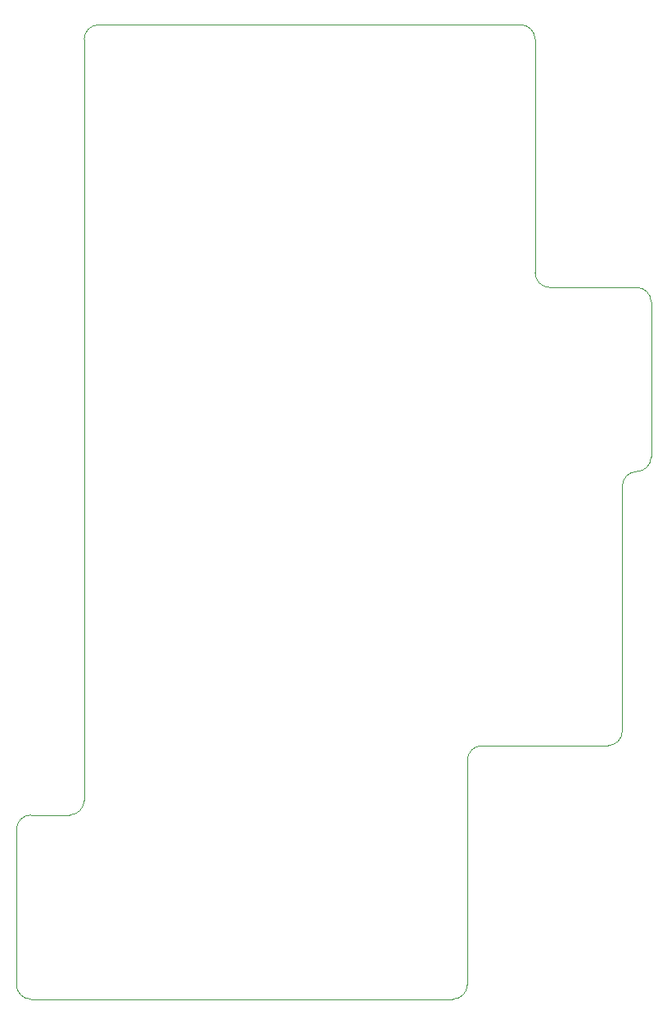
<source format=gbr>
%TF.GenerationSoftware,KiCad,Pcbnew,(6.0.7)*%
%TF.CreationDate,2023-01-05T19:35:34-06:00*%
%TF.ProjectId,OpenRectangle,4f70656e-5265-4637-9461-6e676c652e6b,rev?*%
%TF.SameCoordinates,Original*%
%TF.FileFunction,Profile,NP*%
%FSLAX46Y46*%
G04 Gerber Fmt 4.6, Leading zero omitted, Abs format (unit mm)*
G04 Created by KiCad (PCBNEW (6.0.7)) date 2023-01-05 19:35:34*
%MOMM*%
%LPD*%
G01*
G04 APERTURE LIST*
%TA.AperFunction,Profile*%
%ADD10C,0.100000*%
%TD*%
G04 APERTURE END LIST*
D10*
X266228835Y-71831303D02*
G75*
G03*
X264758834Y-73341260I40499J-1509957D01*
G01*
X255738834Y-27131260D02*
G75*
G03*
X254228834Y-25621260I-1510000J0D01*
G01*
X266228834Y-71831260D02*
G75*
G03*
X267738834Y-70321260I0J1510000D01*
G01*
X254228834Y-25621260D02*
X210588834Y-25621260D01*
X263248047Y-100183938D02*
X250248834Y-100184260D01*
X264758834Y-81141260D02*
X264758834Y-98671260D01*
X209078834Y-27131260D02*
X209078835Y-105843529D01*
X267738834Y-54291260D02*
X267738834Y-70321260D01*
X207568835Y-107353561D02*
G75*
G03*
X209078835Y-105843529I-1J1510001D01*
G01*
X255738834Y-27131260D02*
X255738834Y-51271260D01*
X250248834Y-100184293D02*
G75*
G03*
X248728834Y-101694260I-10000J-1509967D01*
G01*
X247218834Y-126401260D02*
X203578834Y-126401260D01*
X264758834Y-81141260D02*
X264758834Y-73341260D01*
X255738834Y-51271260D02*
G75*
G03*
X257248834Y-52781260I1510000J0D01*
G01*
X257248834Y-52781260D02*
X266228834Y-52781260D01*
X247218834Y-126401260D02*
G75*
G03*
X248728834Y-124891260I0J1510000D01*
G01*
X267738834Y-54291260D02*
G75*
G03*
X266228834Y-52781260I-1510000J0D01*
G01*
X248728834Y-124891260D02*
X248728834Y-101694260D01*
X263248047Y-100183959D02*
G75*
G03*
X264758834Y-98671260I-1913J1512699D01*
G01*
X210588834Y-25621260D02*
G75*
G03*
X209078834Y-27131260I0J-1510000D01*
G01*
X202068834Y-124891260D02*
G75*
G03*
X203578834Y-126401260I1510000J0D01*
G01*
X203581334Y-107351260D02*
G75*
G03*
X202071334Y-108861260I0J-1510000D01*
G01*
X203581334Y-107351260D02*
X207568835Y-107353529D01*
X202068834Y-124891260D02*
X202071334Y-108861260D01*
M02*

</source>
